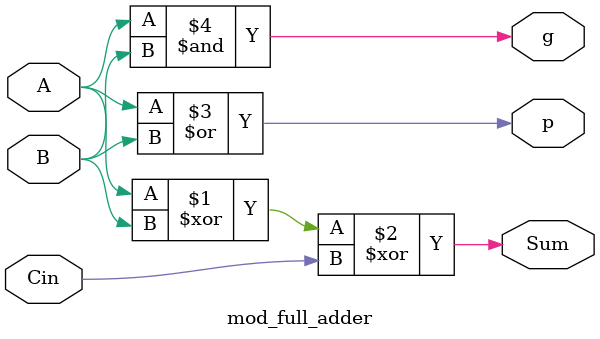
<source format=v>

`timescale  1ns/1ps

module mod_full_adder (input  wire A, B, Cin,
                       output wire Sum, p, g);

  xor  #2 U1 (Sum, A, B, Cin);
  or   #1 U2 (p, A, B);
  and  #1 U3 (g, A, B);

endmodule
</source>
